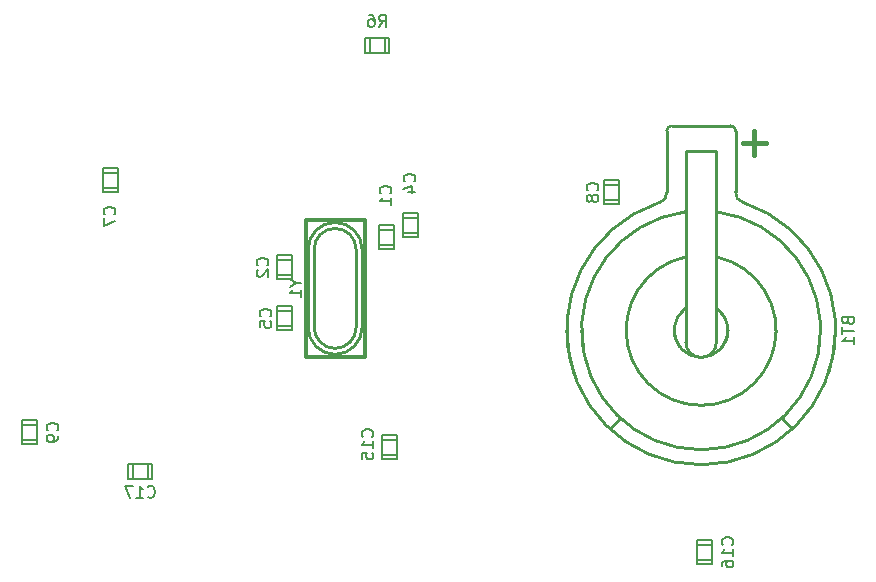
<source format=gbr>
G04 #@! TF.FileFunction,Legend,Bot*
%FSLAX46Y46*%
G04 Gerber Fmt 4.6, Leading zero omitted, Abs format (unit mm)*
G04 Created by KiCad (PCBNEW 4.0.6) date 07/03/17 12:13:43*
%MOMM*%
%LPD*%
G01*
G04 APERTURE LIST*
%ADD10C,0.100000*%
%ADD11C,0.254000*%
%ADD12C,0.398780*%
%ADD13C,0.127000*%
%ADD14C,0.299720*%
%ADD15C,0.150000*%
G04 APERTURE END LIST*
D10*
D11*
X79400400Y-88112600D02*
X80238600Y-87198200D01*
X94843600Y-88112600D02*
X93980000Y-87172800D01*
X88493600Y-77927200D02*
G75*
G02X88950800Y-81127600I-1371600J-1828800D01*
G01*
X85293200Y-81127600D02*
G75*
G02X85750400Y-77927200I1828800J1371600D01*
G01*
X87122000Y-82042000D02*
G75*
G02X84836000Y-79756000I0J2286000D01*
G01*
X89408000Y-79756000D02*
G75*
G02X87122000Y-82042000I-2286000J0D01*
G01*
X80924400Y-81127600D02*
G75*
G02X85750400Y-73558400I6197600J1371600D01*
G01*
X88519000Y-73558400D02*
G75*
G02X93319600Y-81153000I-1397000J-6197600D01*
G01*
X87122000Y-86106000D02*
G75*
G02X80772000Y-79756000I0J6350000D01*
G01*
X93472000Y-79781400D02*
G75*
G02X87096600Y-86106000I-6350000J25400D01*
G01*
X88468200Y-69723000D02*
G75*
G02X97155000Y-81102200I-1346200J-10033000D01*
G01*
X77089000Y-81102200D02*
G75*
G02X85775800Y-69723000I10033000J1346200D01*
G01*
X87122000Y-89865200D02*
G75*
G02X77012800Y-79756000I0J10109200D01*
G01*
X97231200Y-79756000D02*
G75*
G02X87122000Y-89865200I-10109200J0D01*
G01*
X90043000Y-68072000D02*
X90043000Y-62865000D01*
X90703400Y-68935600D02*
G75*
G02X97942400Y-83337400I-3581400J-10820400D01*
G01*
X84201000Y-62865000D02*
X84201000Y-68072000D01*
X76327000Y-83362800D02*
G75*
G02X83515200Y-68961000I10795000J3606800D01*
G01*
X89662000Y-62433200D02*
X84632800Y-62433200D01*
X87122000Y-91135200D02*
G75*
G02X75742800Y-79756000I0J11379200D01*
G01*
X98501200Y-79756000D02*
G75*
G02X87122000Y-91135200I-11379200J0D01*
G01*
X85821520Y-64556640D02*
X85821520Y-80756760D01*
X88422480Y-80756760D02*
X88422480Y-64556640D01*
X90678000Y-68910200D02*
G75*
G02X90043000Y-68021200I127000J762000D01*
G01*
X84201000Y-68072000D02*
G75*
G02X83566000Y-68961000I-762000J-127000D01*
G01*
D12*
X91630500Y-64917320D02*
X91630500Y-62915800D01*
X90627200Y-63914020D02*
X92631260Y-63914020D01*
D11*
X87122000Y-82057240D02*
G75*
G02X85821520Y-80756760I0J1300480D01*
G01*
X88422480Y-80756760D02*
G75*
G02X87122000Y-82057240I-1300480J0D01*
G01*
X88422480Y-64549020D02*
X85821520Y-64549020D01*
X84213700Y-62842140D02*
G75*
G02X84615020Y-62440820I401320J0D01*
G01*
X89628980Y-62440820D02*
G75*
G02X90030300Y-62842140I0J-401320D01*
G01*
D13*
X59817000Y-72517000D02*
X61087000Y-72517000D01*
X59817000Y-71247000D02*
X61061600Y-71247000D01*
X59817000Y-70866000D02*
X59817000Y-72898000D01*
X59817000Y-72898000D02*
X61087000Y-72898000D01*
X61087000Y-72898000D02*
X61087000Y-70866000D01*
X61087000Y-70866000D02*
X59817000Y-70866000D01*
X52451000Y-73787000D02*
X51181000Y-73787000D01*
X52451000Y-75057000D02*
X51206400Y-75057000D01*
X52451000Y-75438000D02*
X52451000Y-73406000D01*
X52451000Y-73406000D02*
X51181000Y-73406000D01*
X51181000Y-73406000D02*
X51181000Y-75438000D01*
X51181000Y-75438000D02*
X52451000Y-75438000D01*
X61849000Y-71501000D02*
X63119000Y-71501000D01*
X61849000Y-70231000D02*
X63093600Y-70231000D01*
X61849000Y-69850000D02*
X61849000Y-71882000D01*
X61849000Y-71882000D02*
X63119000Y-71882000D01*
X63119000Y-71882000D02*
X63119000Y-69850000D01*
X63119000Y-69850000D02*
X61849000Y-69850000D01*
X51181000Y-79375000D02*
X52451000Y-79375000D01*
X51181000Y-78105000D02*
X52425600Y-78105000D01*
X51181000Y-77724000D02*
X51181000Y-79756000D01*
X51181000Y-79756000D02*
X52451000Y-79756000D01*
X52451000Y-79756000D02*
X52451000Y-77724000D01*
X52451000Y-77724000D02*
X51181000Y-77724000D01*
X37719000Y-66421000D02*
X36449000Y-66421000D01*
X37719000Y-67691000D02*
X36474400Y-67691000D01*
X37719000Y-68072000D02*
X37719000Y-66040000D01*
X37719000Y-66040000D02*
X36449000Y-66040000D01*
X36449000Y-66040000D02*
X36449000Y-68072000D01*
X36449000Y-68072000D02*
X37719000Y-68072000D01*
X78867000Y-68707000D02*
X80137000Y-68707000D01*
X78867000Y-67437000D02*
X80111600Y-67437000D01*
X78867000Y-67056000D02*
X78867000Y-69088000D01*
X78867000Y-69088000D02*
X80137000Y-69088000D01*
X80137000Y-69088000D02*
X80137000Y-67056000D01*
X80137000Y-67056000D02*
X78867000Y-67056000D01*
X29591000Y-89027000D02*
X30861000Y-89027000D01*
X29591000Y-87757000D02*
X30835600Y-87757000D01*
X29591000Y-87376000D02*
X29591000Y-89408000D01*
X29591000Y-89408000D02*
X30861000Y-89408000D01*
X30861000Y-89408000D02*
X30861000Y-87376000D01*
X30861000Y-87376000D02*
X29591000Y-87376000D01*
X61341000Y-89027000D02*
X60071000Y-89027000D01*
X61341000Y-90297000D02*
X60096400Y-90297000D01*
X61341000Y-90678000D02*
X61341000Y-88646000D01*
X61341000Y-88646000D02*
X60071000Y-88646000D01*
X60071000Y-88646000D02*
X60071000Y-90678000D01*
X60071000Y-90678000D02*
X61341000Y-90678000D01*
X88011000Y-97917000D02*
X86741000Y-97917000D01*
X88011000Y-99187000D02*
X86766400Y-99187000D01*
X88011000Y-99568000D02*
X88011000Y-97536000D01*
X88011000Y-97536000D02*
X86741000Y-97536000D01*
X86741000Y-97536000D02*
X86741000Y-99568000D01*
X86741000Y-99568000D02*
X88011000Y-99568000D01*
X38989000Y-91059000D02*
X38989000Y-92329000D01*
X40259000Y-91059000D02*
X40259000Y-92303600D01*
X40640000Y-91059000D02*
X38608000Y-91059000D01*
X38608000Y-91059000D02*
X38608000Y-92329000D01*
X38608000Y-92329000D02*
X40640000Y-92329000D01*
X40640000Y-92329000D02*
X40640000Y-91059000D01*
X60325000Y-56261000D02*
X60325000Y-54991000D01*
X59055000Y-56261000D02*
X59055000Y-55016400D01*
X58674000Y-56261000D02*
X60706000Y-56261000D01*
X60706000Y-56261000D02*
X60706000Y-54991000D01*
X60706000Y-54991000D02*
X58674000Y-54991000D01*
X58674000Y-54991000D02*
X58674000Y-56261000D01*
D14*
X53634640Y-70401180D02*
X58633360Y-70401180D01*
X58633360Y-70401180D02*
X58633360Y-81998820D01*
X58633360Y-81998820D02*
X53634640Y-81998820D01*
X53634640Y-81998820D02*
X53634640Y-70401180D01*
D11*
X56134000Y-81788000D02*
G75*
G02X53848000Y-79502000I0J2286000D01*
G01*
X57912000Y-72898000D02*
X57912000Y-79502000D01*
X54356000Y-79502000D02*
X54356000Y-72898000D01*
X57912000Y-79502000D02*
G75*
G02X56134000Y-81280000I-1778000J0D01*
G01*
X56134000Y-81280000D02*
G75*
G02X54356000Y-79502000I0J1778000D01*
G01*
X56134000Y-71120000D02*
G75*
G02X57912000Y-72898000I0J-1778000D01*
G01*
X54356000Y-72898000D02*
G75*
G02X56134000Y-71120000I1778000J0D01*
G01*
X58420000Y-79502000D02*
G75*
G02X56134000Y-81788000I-2286000J0D01*
G01*
X58420000Y-79502000D02*
X58420000Y-72898000D01*
X53848000Y-72898000D02*
X53848000Y-79502000D01*
X56134000Y-70612000D02*
G75*
G02X58420000Y-72898000I0J-2286000D01*
G01*
X53848000Y-72898000D02*
G75*
G02X56134000Y-70612000I2286000J0D01*
G01*
D15*
X99547371Y-78970286D02*
X99594990Y-79113143D01*
X99642610Y-79160762D01*
X99737848Y-79208381D01*
X99880705Y-79208381D01*
X99975943Y-79160762D01*
X100023562Y-79113143D01*
X100071181Y-79017905D01*
X100071181Y-78636952D01*
X99071181Y-78636952D01*
X99071181Y-78970286D01*
X99118800Y-79065524D01*
X99166419Y-79113143D01*
X99261657Y-79160762D01*
X99356895Y-79160762D01*
X99452133Y-79113143D01*
X99499752Y-79065524D01*
X99547371Y-78970286D01*
X99547371Y-78636952D01*
X99071181Y-79494095D02*
X99071181Y-80065524D01*
X100071181Y-79779809D02*
X99071181Y-79779809D01*
X100071181Y-80922667D02*
X100071181Y-80351238D01*
X100071181Y-80636952D02*
X99071181Y-80636952D01*
X99214038Y-80541714D01*
X99309276Y-80446476D01*
X99356895Y-80351238D01*
X60809143Y-68159334D02*
X60856762Y-68111715D01*
X60904381Y-67968858D01*
X60904381Y-67873620D01*
X60856762Y-67730762D01*
X60761524Y-67635524D01*
X60666286Y-67587905D01*
X60475810Y-67540286D01*
X60332952Y-67540286D01*
X60142476Y-67587905D01*
X60047238Y-67635524D01*
X59952000Y-67730762D01*
X59904381Y-67873620D01*
X59904381Y-67968858D01*
X59952000Y-68111715D01*
X59999619Y-68159334D01*
X60904381Y-69111715D02*
X60904381Y-68540286D01*
X60904381Y-68826000D02*
X59904381Y-68826000D01*
X60047238Y-68730762D01*
X60142476Y-68635524D01*
X60190095Y-68540286D01*
X50395143Y-74255334D02*
X50442762Y-74207715D01*
X50490381Y-74064858D01*
X50490381Y-73969620D01*
X50442762Y-73826762D01*
X50347524Y-73731524D01*
X50252286Y-73683905D01*
X50061810Y-73636286D01*
X49918952Y-73636286D01*
X49728476Y-73683905D01*
X49633238Y-73731524D01*
X49538000Y-73826762D01*
X49490381Y-73969620D01*
X49490381Y-74064858D01*
X49538000Y-74207715D01*
X49585619Y-74255334D01*
X49585619Y-74636286D02*
X49538000Y-74683905D01*
X49490381Y-74779143D01*
X49490381Y-75017239D01*
X49538000Y-75112477D01*
X49585619Y-75160096D01*
X49680857Y-75207715D01*
X49776095Y-75207715D01*
X49918952Y-75160096D01*
X50490381Y-74588667D01*
X50490381Y-75207715D01*
X62841143Y-67143334D02*
X62888762Y-67095715D01*
X62936381Y-66952858D01*
X62936381Y-66857620D01*
X62888762Y-66714762D01*
X62793524Y-66619524D01*
X62698286Y-66571905D01*
X62507810Y-66524286D01*
X62364952Y-66524286D01*
X62174476Y-66571905D01*
X62079238Y-66619524D01*
X61984000Y-66714762D01*
X61936381Y-66857620D01*
X61936381Y-66952858D01*
X61984000Y-67095715D01*
X62031619Y-67143334D01*
X62269714Y-68000477D02*
X62936381Y-68000477D01*
X61888762Y-67762381D02*
X62603048Y-67524286D01*
X62603048Y-68143334D01*
X50649143Y-78573334D02*
X50696762Y-78525715D01*
X50744381Y-78382858D01*
X50744381Y-78287620D01*
X50696762Y-78144762D01*
X50601524Y-78049524D01*
X50506286Y-78001905D01*
X50315810Y-77954286D01*
X50172952Y-77954286D01*
X49982476Y-78001905D01*
X49887238Y-78049524D01*
X49792000Y-78144762D01*
X49744381Y-78287620D01*
X49744381Y-78382858D01*
X49792000Y-78525715D01*
X49839619Y-78573334D01*
X49744381Y-79478096D02*
X49744381Y-79001905D01*
X50220571Y-78954286D01*
X50172952Y-79001905D01*
X50125333Y-79097143D01*
X50125333Y-79335239D01*
X50172952Y-79430477D01*
X50220571Y-79478096D01*
X50315810Y-79525715D01*
X50553905Y-79525715D01*
X50649143Y-79478096D01*
X50696762Y-79430477D01*
X50744381Y-79335239D01*
X50744381Y-79097143D01*
X50696762Y-79001905D01*
X50649143Y-78954286D01*
X37441143Y-69937334D02*
X37488762Y-69889715D01*
X37536381Y-69746858D01*
X37536381Y-69651620D01*
X37488762Y-69508762D01*
X37393524Y-69413524D01*
X37298286Y-69365905D01*
X37107810Y-69318286D01*
X36964952Y-69318286D01*
X36774476Y-69365905D01*
X36679238Y-69413524D01*
X36584000Y-69508762D01*
X36536381Y-69651620D01*
X36536381Y-69746858D01*
X36584000Y-69889715D01*
X36631619Y-69937334D01*
X36536381Y-70270667D02*
X36536381Y-70937334D01*
X37536381Y-70508762D01*
X78335143Y-67905334D02*
X78382762Y-67857715D01*
X78430381Y-67714858D01*
X78430381Y-67619620D01*
X78382762Y-67476762D01*
X78287524Y-67381524D01*
X78192286Y-67333905D01*
X78001810Y-67286286D01*
X77858952Y-67286286D01*
X77668476Y-67333905D01*
X77573238Y-67381524D01*
X77478000Y-67476762D01*
X77430381Y-67619620D01*
X77430381Y-67714858D01*
X77478000Y-67857715D01*
X77525619Y-67905334D01*
X77858952Y-68476762D02*
X77811333Y-68381524D01*
X77763714Y-68333905D01*
X77668476Y-68286286D01*
X77620857Y-68286286D01*
X77525619Y-68333905D01*
X77478000Y-68381524D01*
X77430381Y-68476762D01*
X77430381Y-68667239D01*
X77478000Y-68762477D01*
X77525619Y-68810096D01*
X77620857Y-68857715D01*
X77668476Y-68857715D01*
X77763714Y-68810096D01*
X77811333Y-68762477D01*
X77858952Y-68667239D01*
X77858952Y-68476762D01*
X77906571Y-68381524D01*
X77954190Y-68333905D01*
X78049429Y-68286286D01*
X78239905Y-68286286D01*
X78335143Y-68333905D01*
X78382762Y-68381524D01*
X78430381Y-68476762D01*
X78430381Y-68667239D01*
X78382762Y-68762477D01*
X78335143Y-68810096D01*
X78239905Y-68857715D01*
X78049429Y-68857715D01*
X77954190Y-68810096D01*
X77906571Y-68762477D01*
X77858952Y-68667239D01*
X32615143Y-88225334D02*
X32662762Y-88177715D01*
X32710381Y-88034858D01*
X32710381Y-87939620D01*
X32662762Y-87796762D01*
X32567524Y-87701524D01*
X32472286Y-87653905D01*
X32281810Y-87606286D01*
X32138952Y-87606286D01*
X31948476Y-87653905D01*
X31853238Y-87701524D01*
X31758000Y-87796762D01*
X31710381Y-87939620D01*
X31710381Y-88034858D01*
X31758000Y-88177715D01*
X31805619Y-88225334D01*
X32710381Y-88701524D02*
X32710381Y-88892000D01*
X32662762Y-88987239D01*
X32615143Y-89034858D01*
X32472286Y-89130096D01*
X32281810Y-89177715D01*
X31900857Y-89177715D01*
X31805619Y-89130096D01*
X31758000Y-89082477D01*
X31710381Y-88987239D01*
X31710381Y-88796762D01*
X31758000Y-88701524D01*
X31805619Y-88653905D01*
X31900857Y-88606286D01*
X32138952Y-88606286D01*
X32234190Y-88653905D01*
X32281810Y-88701524D01*
X32329429Y-88796762D01*
X32329429Y-88987239D01*
X32281810Y-89082477D01*
X32234190Y-89130096D01*
X32138952Y-89177715D01*
X59285143Y-88765143D02*
X59332762Y-88717524D01*
X59380381Y-88574667D01*
X59380381Y-88479429D01*
X59332762Y-88336571D01*
X59237524Y-88241333D01*
X59142286Y-88193714D01*
X58951810Y-88146095D01*
X58808952Y-88146095D01*
X58618476Y-88193714D01*
X58523238Y-88241333D01*
X58428000Y-88336571D01*
X58380381Y-88479429D01*
X58380381Y-88574667D01*
X58428000Y-88717524D01*
X58475619Y-88765143D01*
X59380381Y-89717524D02*
X59380381Y-89146095D01*
X59380381Y-89431809D02*
X58380381Y-89431809D01*
X58523238Y-89336571D01*
X58618476Y-89241333D01*
X58666095Y-89146095D01*
X58380381Y-90622286D02*
X58380381Y-90146095D01*
X58856571Y-90098476D01*
X58808952Y-90146095D01*
X58761333Y-90241333D01*
X58761333Y-90479429D01*
X58808952Y-90574667D01*
X58856571Y-90622286D01*
X58951810Y-90669905D01*
X59189905Y-90669905D01*
X59285143Y-90622286D01*
X59332762Y-90574667D01*
X59380381Y-90479429D01*
X59380381Y-90241333D01*
X59332762Y-90146095D01*
X59285143Y-90098476D01*
X89765143Y-97909143D02*
X89812762Y-97861524D01*
X89860381Y-97718667D01*
X89860381Y-97623429D01*
X89812762Y-97480571D01*
X89717524Y-97385333D01*
X89622286Y-97337714D01*
X89431810Y-97290095D01*
X89288952Y-97290095D01*
X89098476Y-97337714D01*
X89003238Y-97385333D01*
X88908000Y-97480571D01*
X88860381Y-97623429D01*
X88860381Y-97718667D01*
X88908000Y-97861524D01*
X88955619Y-97909143D01*
X89860381Y-98861524D02*
X89860381Y-98290095D01*
X89860381Y-98575809D02*
X88860381Y-98575809D01*
X89003238Y-98480571D01*
X89098476Y-98385333D01*
X89146095Y-98290095D01*
X88860381Y-99718667D02*
X88860381Y-99528190D01*
X88908000Y-99432952D01*
X88955619Y-99385333D01*
X89098476Y-99290095D01*
X89288952Y-99242476D01*
X89669905Y-99242476D01*
X89765143Y-99290095D01*
X89812762Y-99337714D01*
X89860381Y-99432952D01*
X89860381Y-99623429D01*
X89812762Y-99718667D01*
X89765143Y-99766286D01*
X89669905Y-99813905D01*
X89431810Y-99813905D01*
X89336571Y-99766286D01*
X89288952Y-99718667D01*
X89241333Y-99623429D01*
X89241333Y-99432952D01*
X89288952Y-99337714D01*
X89336571Y-99290095D01*
X89431810Y-99242476D01*
X40266857Y-93829143D02*
X40314476Y-93876762D01*
X40457333Y-93924381D01*
X40552571Y-93924381D01*
X40695429Y-93876762D01*
X40790667Y-93781524D01*
X40838286Y-93686286D01*
X40885905Y-93495810D01*
X40885905Y-93352952D01*
X40838286Y-93162476D01*
X40790667Y-93067238D01*
X40695429Y-92972000D01*
X40552571Y-92924381D01*
X40457333Y-92924381D01*
X40314476Y-92972000D01*
X40266857Y-93019619D01*
X39314476Y-93924381D02*
X39885905Y-93924381D01*
X39600191Y-93924381D02*
X39600191Y-92924381D01*
X39695429Y-93067238D01*
X39790667Y-93162476D01*
X39885905Y-93210095D01*
X38981143Y-92924381D02*
X38314476Y-92924381D01*
X38743048Y-93924381D01*
X59856666Y-54046381D02*
X60190000Y-53570190D01*
X60428095Y-54046381D02*
X60428095Y-53046381D01*
X60047142Y-53046381D01*
X59951904Y-53094000D01*
X59904285Y-53141619D01*
X59856666Y-53236857D01*
X59856666Y-53379714D01*
X59904285Y-53474952D01*
X59951904Y-53522571D01*
X60047142Y-53570190D01*
X60428095Y-53570190D01*
X58999523Y-53046381D02*
X59190000Y-53046381D01*
X59285238Y-53094000D01*
X59332857Y-53141619D01*
X59428095Y-53284476D01*
X59475714Y-53474952D01*
X59475714Y-53855905D01*
X59428095Y-53951143D01*
X59380476Y-53998762D01*
X59285238Y-54046381D01*
X59094761Y-54046381D01*
X58999523Y-53998762D01*
X58951904Y-53951143D01*
X58904285Y-53855905D01*
X58904285Y-53617810D01*
X58951904Y-53522571D01*
X58999523Y-53474952D01*
X59094761Y-53427333D01*
X59285238Y-53427333D01*
X59380476Y-53474952D01*
X59428095Y-53522571D01*
X59475714Y-53617810D01*
X52808190Y-75723809D02*
X53284381Y-75723809D01*
X52284381Y-75390476D02*
X52808190Y-75723809D01*
X52284381Y-76057143D01*
X53284381Y-76914286D02*
X53284381Y-76342857D01*
X53284381Y-76628571D02*
X52284381Y-76628571D01*
X52427238Y-76533333D01*
X52522476Y-76438095D01*
X52570095Y-76342857D01*
M02*

</source>
